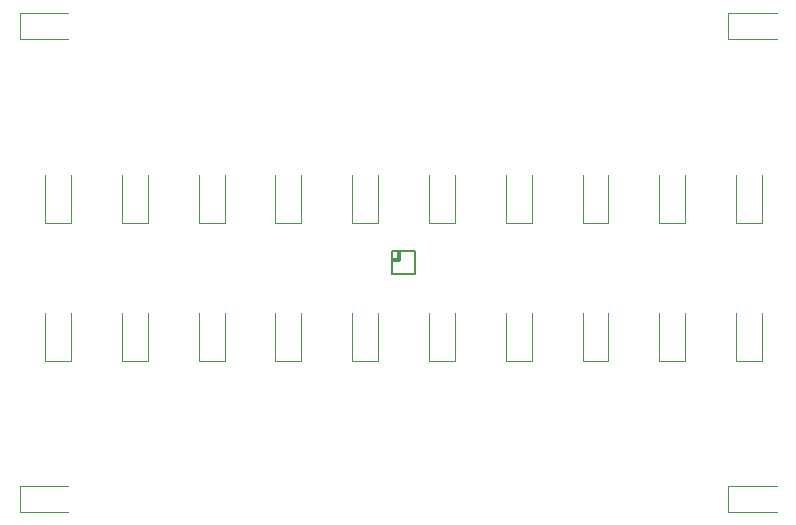
<source format=gbr>
G04 #@! TF.GenerationSoftware,KiCad,Pcbnew,(5.0.0-rc2-dev-482-gf81c77cd4)*
G04 #@! TF.CreationDate,2018-05-10T20:02:33+02:00*
G04 #@! TF.ProjectId,score_board,73636F72655F626F6172642E6B696361,1*
G04 #@! TF.SameCoordinates,Original*
G04 #@! TF.FileFunction,Legend,Top*
G04 #@! TF.FilePolarity,Positive*
%FSLAX46Y46*%
G04 Gerber Fmt 4.6, Leading zero omitted, Abs format (unit mm)*
G04 Created by KiCad (PCBNEW (5.0.0-rc2-dev-482-gf81c77cd4)) date Thu May 10 20:02:33 2018*
%MOMM*%
%LPD*%
G01*
G04 APERTURE LIST*
%ADD10C,0.120000*%
%ADD11C,0.350000*%
%ADD12C,0.150000*%
G04 APERTURE END LIST*
D10*
X137500000Y-146095000D02*
X141600000Y-146095000D01*
X137500000Y-143905000D02*
X137500000Y-146095000D01*
X141600000Y-143905000D02*
X137500000Y-143905000D01*
X81600000Y-143905000D02*
X77500000Y-143905000D01*
X77500000Y-143905000D02*
X77500000Y-146095000D01*
X77500000Y-146095000D02*
X81600000Y-146095000D01*
X77500000Y-106095000D02*
X81600000Y-106095000D01*
X77500000Y-103905000D02*
X77500000Y-106095000D01*
X81600000Y-103905000D02*
X77500000Y-103905000D01*
X141600000Y-103905000D02*
X137500000Y-103905000D01*
X137500000Y-103905000D02*
X137500000Y-106095000D01*
X137500000Y-106095000D02*
X141600000Y-106095000D01*
X86155000Y-129250000D02*
X86155000Y-133350000D01*
X86155000Y-133350000D02*
X88345000Y-133350000D01*
X88345000Y-133350000D02*
X88345000Y-129250000D01*
X101345000Y-133350000D02*
X101345000Y-129250000D01*
X99155000Y-133350000D02*
X101345000Y-133350000D01*
X99155000Y-129250000D02*
X99155000Y-133350000D01*
X105655000Y-129250000D02*
X105655000Y-133350000D01*
X105655000Y-133350000D02*
X107845000Y-133350000D01*
X107845000Y-133350000D02*
X107845000Y-129250000D01*
X114345000Y-133350000D02*
X114345000Y-129250000D01*
X112155000Y-133350000D02*
X114345000Y-133350000D01*
X112155000Y-129250000D02*
X112155000Y-133350000D01*
X118655000Y-129250000D02*
X118655000Y-133350000D01*
X118655000Y-133350000D02*
X120845000Y-133350000D01*
X120845000Y-133350000D02*
X120845000Y-129250000D01*
X127345000Y-133350000D02*
X127345000Y-129250000D01*
X125155000Y-133350000D02*
X127345000Y-133350000D01*
X125155000Y-129250000D02*
X125155000Y-133350000D01*
X131655000Y-129250000D02*
X131655000Y-133350000D01*
X131655000Y-133350000D02*
X133845000Y-133350000D01*
X133845000Y-133350000D02*
X133845000Y-129250000D01*
X140345000Y-133350000D02*
X140345000Y-129250000D01*
X138155000Y-133350000D02*
X140345000Y-133350000D01*
X138155000Y-129250000D02*
X138155000Y-133350000D01*
X79655000Y-129250000D02*
X79655000Y-133350000D01*
X79655000Y-133350000D02*
X81845000Y-133350000D01*
X81845000Y-133350000D02*
X81845000Y-129250000D01*
X94845000Y-133350000D02*
X94845000Y-129250000D01*
X92655000Y-133350000D02*
X94845000Y-133350000D01*
X92655000Y-129250000D02*
X92655000Y-133350000D01*
X140345000Y-121650000D02*
X140345000Y-117550000D01*
X138155000Y-121650000D02*
X140345000Y-121650000D01*
X138155000Y-117550000D02*
X138155000Y-121650000D01*
X125155000Y-117550000D02*
X125155000Y-121650000D01*
X125155000Y-121650000D02*
X127345000Y-121650000D01*
X127345000Y-121650000D02*
X127345000Y-117550000D01*
X120845000Y-121650000D02*
X120845000Y-117550000D01*
X118655000Y-121650000D02*
X120845000Y-121650000D01*
X118655000Y-117550000D02*
X118655000Y-121650000D01*
X105655000Y-117550000D02*
X105655000Y-121650000D01*
X105655000Y-121650000D02*
X107845000Y-121650000D01*
X107845000Y-121650000D02*
X107845000Y-117550000D01*
X101345000Y-121650000D02*
X101345000Y-117550000D01*
X99155000Y-121650000D02*
X101345000Y-121650000D01*
X99155000Y-117550000D02*
X99155000Y-121650000D01*
X92655000Y-117550000D02*
X92655000Y-121650000D01*
X92655000Y-121650000D02*
X94845000Y-121650000D01*
X94845000Y-121650000D02*
X94845000Y-117550000D01*
X86155000Y-117550000D02*
X86155000Y-121650000D01*
X86155000Y-121650000D02*
X88345000Y-121650000D01*
X88345000Y-121650000D02*
X88345000Y-117550000D01*
X131655000Y-117550000D02*
X131655000Y-121650000D01*
X131655000Y-121650000D02*
X133845000Y-121650000D01*
X133845000Y-121650000D02*
X133845000Y-117550000D01*
X79655000Y-117550000D02*
X79655000Y-121650000D01*
X79655000Y-121650000D02*
X81845000Y-121650000D01*
X81845000Y-121650000D02*
X81845000Y-117550000D01*
X112155000Y-117550000D02*
X112155000Y-121650000D01*
X112155000Y-121650000D02*
X114345000Y-121650000D01*
X114345000Y-121650000D02*
X114345000Y-117550000D01*
D11*
X109600000Y-124100000D02*
X109600000Y-124800000D01*
X109600000Y-124800000D02*
X109100000Y-124800000D01*
D12*
X109000000Y-126000000D02*
X109000000Y-124000000D01*
X109000000Y-124000000D02*
X111000000Y-124000000D01*
X111000000Y-124000000D02*
X111000000Y-126000000D01*
X111000000Y-126000000D02*
X109000000Y-126000000D01*
M02*

</source>
